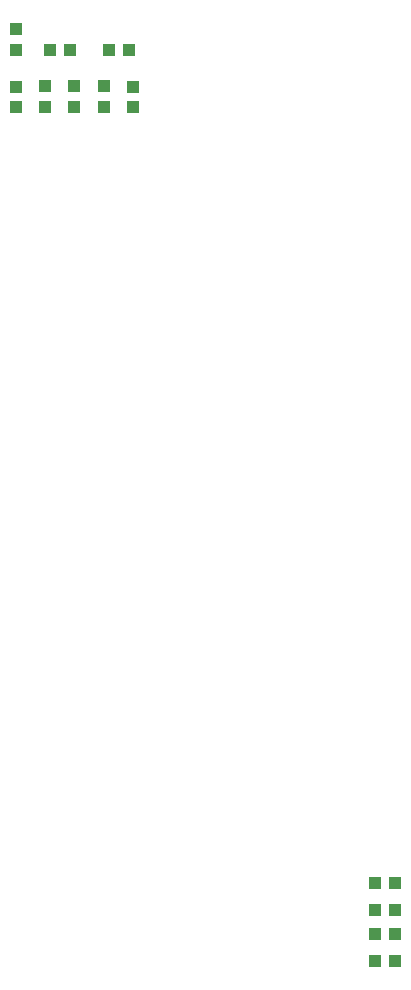
<source format=gtp>
G04 Layer_Color=8421504*
%FSLAX25Y25*%
%MOIN*%
G70*
G01*
G75*
%ADD10R,0.04331X0.03937*%
%ADD11R,0.03937X0.04331*%
D10*
X483347Y80500D02*
D03*
X476653D02*
D03*
X483347Y89500D02*
D03*
X476653D02*
D03*
Y97500D02*
D03*
X483347D02*
D03*
X476653Y106500D02*
D03*
X483347D02*
D03*
X368454Y384100D02*
D03*
X375147D02*
D03*
X387854Y384057D02*
D03*
X394547D02*
D03*
D11*
X376450Y365154D02*
D03*
Y371847D02*
D03*
X396000Y365054D02*
D03*
Y371746D02*
D03*
X356900Y384154D02*
D03*
Y390846D02*
D03*
X366675Y365154D02*
D03*
Y371847D02*
D03*
X386225Y365154D02*
D03*
Y371847D02*
D03*
X356900Y364953D02*
D03*
Y371646D02*
D03*
M02*

</source>
